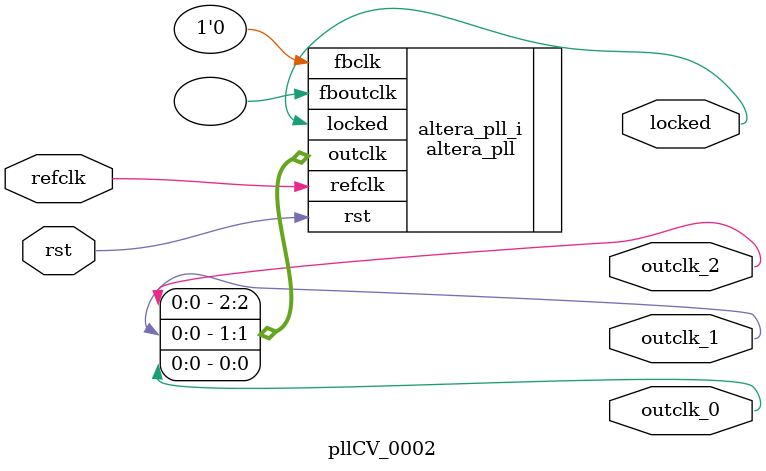
<source format=v>
`timescale 1ns/10ps
module  pllCV_0002(

	// interface 'refclk'
	input wire refclk,

	// interface 'reset'
	input wire rst,

	// interface 'outclk0'
	output wire outclk_0,

	// interface 'outclk1'
	output wire outclk_1,

	// interface 'outclk2'
	output wire outclk_2,

	// interface 'locked'
	output wire locked
);

	altera_pll #(
		.fractional_vco_multiplier("false"),
		.reference_clock_frequency("50.0 MHz"),
		.operation_mode("direct"),
		.number_of_clocks(3),
		.output_clock_frequency0("20.000000 MHz"),
		.phase_shift0("0 ps"),
		.duty_cycle0(50),
		.output_clock_frequency1("80.000000 MHz"),
		.phase_shift1("0 ps"),
		.duty_cycle1(50),
		.output_clock_frequency2("80.000000 MHz"),
		.phase_shift2("0 ps"),
		.duty_cycle2(50),
		.output_clock_frequency3("0 MHz"),
		.phase_shift3("0 ps"),
		.duty_cycle3(50),
		.output_clock_frequency4("0 MHz"),
		.phase_shift4("0 ps"),
		.duty_cycle4(50),
		.output_clock_frequency5("0 MHz"),
		.phase_shift5("0 ps"),
		.duty_cycle5(50),
		.output_clock_frequency6("0 MHz"),
		.phase_shift6("0 ps"),
		.duty_cycle6(50),
		.output_clock_frequency7("0 MHz"),
		.phase_shift7("0 ps"),
		.duty_cycle7(50),
		.output_clock_frequency8("0 MHz"),
		.phase_shift8("0 ps"),
		.duty_cycle8(50),
		.output_clock_frequency9("0 MHz"),
		.phase_shift9("0 ps"),
		.duty_cycle9(50),
		.output_clock_frequency10("0 MHz"),
		.phase_shift10("0 ps"),
		.duty_cycle10(50),
		.output_clock_frequency11("0 MHz"),
		.phase_shift11("0 ps"),
		.duty_cycle11(50),
		.output_clock_frequency12("0 MHz"),
		.phase_shift12("0 ps"),
		.duty_cycle12(50),
		.output_clock_frequency13("0 MHz"),
		.phase_shift13("0 ps"),
		.duty_cycle13(50),
		.output_clock_frequency14("0 MHz"),
		.phase_shift14("0 ps"),
		.duty_cycle14(50),
		.output_clock_frequency15("0 MHz"),
		.phase_shift15("0 ps"),
		.duty_cycle15(50),
		.output_clock_frequency16("0 MHz"),
		.phase_shift16("0 ps"),
		.duty_cycle16(50),
		.output_clock_frequency17("0 MHz"),
		.phase_shift17("0 ps"),
		.duty_cycle17(50),
		.pll_type("General"),
		.pll_subtype("General")
	) altera_pll_i (
		.rst	(rst),
		.outclk	({outclk_2, outclk_1, outclk_0}),
		.locked	(locked),
		.fboutclk	( ),
		.fbclk	(1'b0),
		.refclk	(refclk)
	);
endmodule


</source>
